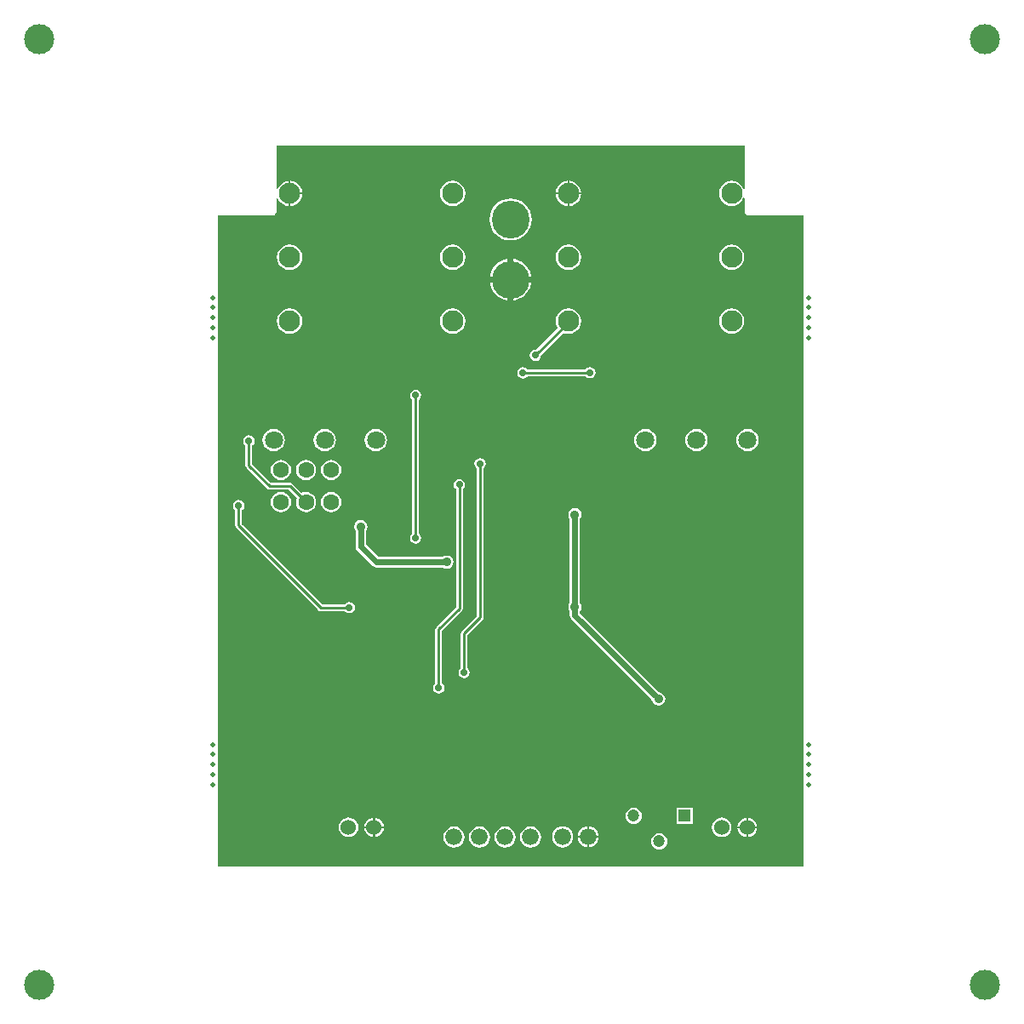
<source format=gbl>
G04*
G04 #@! TF.GenerationSoftware,Altium Limited,Altium Designer,19.1.5 (86)*
G04*
G04 Layer_Physical_Order=2*
G04 Layer_Color=16711680*
%FSLAX25Y25*%
%MOIN*%
G70*
G01*
G75*
%ADD10C,0.11811*%
%ADD30C,0.02400*%
%ADD31C,0.01000*%
%ADD32C,0.01968*%
%ADD33C,0.06000*%
%ADD34C,0.06600*%
%ADD35R,0.04724X0.04724*%
%ADD36C,0.04724*%
%ADD37C,0.07087*%
%ADD38C,0.14765*%
%ADD39C,0.06299*%
%ADD40C,0.08268*%
%ADD41C,0.02756*%
%ADD42C,0.03500*%
G36*
X288004Y323439D02*
X287504Y323339D01*
X287187Y324104D01*
X286397Y325135D01*
X285366Y325925D01*
X284166Y326423D01*
X282877Y326592D01*
X281590Y326423D01*
X280389Y325925D01*
X279359Y325135D01*
X278568Y324104D01*
X278070Y322904D01*
X277901Y321616D01*
X278070Y320328D01*
X278568Y319127D01*
X279359Y318097D01*
X280389Y317306D01*
X281590Y316809D01*
X282877Y316639D01*
X284166Y316809D01*
X285366Y317306D01*
X286397Y318097D01*
X287187Y319127D01*
X287504Y319892D01*
X288004Y319793D01*
Y314516D01*
X288121Y313931D01*
X288452Y313434D01*
X288948Y313103D01*
X289534Y312986D01*
X311039D01*
X311039Y58061D01*
X81598D01*
X81598Y312986D01*
X103098D01*
X103684Y313103D01*
X104180Y313434D01*
X104511Y313931D01*
X104628Y314516D01*
Y319807D01*
X105128Y319907D01*
X105451Y319127D01*
X106242Y318097D01*
X107272Y317306D01*
X108473Y316809D01*
X109361Y316692D01*
Y321616D01*
Y326540D01*
X108473Y326423D01*
X107272Y325925D01*
X106242Y325135D01*
X105451Y324104D01*
X105128Y323325D01*
X104628Y323424D01*
Y340486D01*
X288004D01*
Y323439D01*
D02*
G37*
%LPC*%
G36*
X219379Y326540D02*
Y322016D01*
X223903D01*
X223786Y322904D01*
X223289Y324104D01*
X222498Y325135D01*
X221468Y325925D01*
X220268Y326423D01*
X219379Y326540D01*
D02*
G37*
G36*
X110161D02*
Y322016D01*
X114684D01*
X114567Y322904D01*
X114070Y324104D01*
X113279Y325135D01*
X112249Y325925D01*
X111048Y326423D01*
X110161Y326540D01*
D02*
G37*
G36*
X218580D02*
X217691Y326423D01*
X216491Y325925D01*
X215460Y325135D01*
X214670Y324104D01*
X214173Y322904D01*
X214056Y322016D01*
X218580D01*
Y326540D01*
D02*
G37*
G36*
X223903Y321216D02*
X219379D01*
Y316692D01*
X220268Y316809D01*
X221468Y317306D01*
X222498Y318097D01*
X223289Y319127D01*
X223786Y320328D01*
X223903Y321216D01*
D02*
G37*
G36*
X114684D02*
X110161D01*
Y316692D01*
X111048Y316809D01*
X112249Y317306D01*
X113279Y318097D01*
X114070Y319127D01*
X114567Y320328D01*
X114684Y321216D01*
D02*
G37*
G36*
X218580D02*
X214056D01*
X214173Y320328D01*
X214670Y319127D01*
X215460Y318097D01*
X216491Y317306D01*
X217691Y316809D01*
X218580Y316692D01*
Y321216D01*
D02*
G37*
G36*
X173659Y326592D02*
X172371Y326423D01*
X171170Y325925D01*
X170140Y325135D01*
X169349Y324104D01*
X168851Y322904D01*
X168682Y321616D01*
X168851Y320328D01*
X169349Y319127D01*
X170140Y318097D01*
X171170Y317306D01*
X172371Y316809D01*
X173659Y316639D01*
X174946Y316809D01*
X176147Y317306D01*
X177178Y318097D01*
X177968Y319127D01*
X178465Y320328D01*
X178635Y321616D01*
X178465Y322904D01*
X177968Y324104D01*
X177178Y325135D01*
X176147Y325925D01*
X174946Y326423D01*
X173659Y326592D01*
D02*
G37*
G36*
X196318Y319637D02*
X194714Y319480D01*
X193172Y319012D01*
X191751Y318252D01*
X190505Y317229D01*
X189482Y315984D01*
X188723Y314562D01*
X188255Y313020D01*
X188097Y311416D01*
X188255Y309812D01*
X188723Y308269D01*
X189482Y306848D01*
X190505Y305602D01*
X191751Y304579D01*
X193172Y303820D01*
X194714Y303352D01*
X196318Y303194D01*
X197923Y303352D01*
X199465Y303820D01*
X200886Y304579D01*
X202132Y305602D01*
X203155Y306848D01*
X203914Y308269D01*
X204382Y309812D01*
X204540Y311416D01*
X204382Y313020D01*
X203914Y314562D01*
X203155Y315984D01*
X202132Y317229D01*
X200886Y318252D01*
X199465Y319012D01*
X197923Y319480D01*
X196318Y319637D01*
D02*
G37*
G36*
X282877Y301592D02*
X281590Y301423D01*
X280389Y300925D01*
X279359Y300135D01*
X278568Y299104D01*
X278070Y297904D01*
X277901Y296616D01*
X278070Y295328D01*
X278568Y294127D01*
X279359Y293097D01*
X280389Y292306D01*
X281590Y291809D01*
X282877Y291639D01*
X284166Y291809D01*
X285366Y292306D01*
X286397Y293097D01*
X287187Y294127D01*
X287684Y295328D01*
X287854Y296616D01*
X287684Y297904D01*
X287187Y299104D01*
X286397Y300135D01*
X285366Y300925D01*
X284166Y301423D01*
X282877Y301592D01*
D02*
G37*
G36*
X218980D02*
X217691Y301423D01*
X216491Y300925D01*
X215460Y300135D01*
X214670Y299104D01*
X214173Y297904D01*
X214003Y296616D01*
X214173Y295328D01*
X214670Y294127D01*
X215460Y293097D01*
X216491Y292306D01*
X217691Y291809D01*
X218980Y291639D01*
X220268Y291809D01*
X221468Y292306D01*
X222498Y293097D01*
X223289Y294127D01*
X223786Y295328D01*
X223956Y296616D01*
X223786Y297904D01*
X223289Y299104D01*
X222498Y300135D01*
X221468Y300925D01*
X220268Y301423D01*
X218980Y301592D01*
D02*
G37*
G36*
X173659D02*
X172371Y301423D01*
X171170Y300925D01*
X170140Y300135D01*
X169349Y299104D01*
X168851Y297904D01*
X168682Y296616D01*
X168851Y295328D01*
X169349Y294127D01*
X170140Y293097D01*
X171170Y292306D01*
X172371Y291809D01*
X173659Y291639D01*
X174946Y291809D01*
X176147Y292306D01*
X177178Y293097D01*
X177968Y294127D01*
X178465Y295328D01*
X178635Y296616D01*
X178465Y297904D01*
X177968Y299104D01*
X177178Y300135D01*
X176147Y300925D01*
X174946Y301423D01*
X173659Y301592D01*
D02*
G37*
G36*
X109760D02*
X108473Y301423D01*
X107272Y300925D01*
X106242Y300135D01*
X105451Y299104D01*
X104954Y297904D01*
X104784Y296616D01*
X104954Y295328D01*
X105451Y294127D01*
X106242Y293097D01*
X107272Y292306D01*
X108473Y291809D01*
X109760Y291639D01*
X111048Y291809D01*
X112249Y292306D01*
X113279Y293097D01*
X114070Y294127D01*
X114567Y295328D01*
X114737Y296616D01*
X114567Y297904D01*
X114070Y299104D01*
X113279Y300135D01*
X112249Y300925D01*
X111048Y301423D01*
X109760Y301592D01*
D02*
G37*
G36*
X197519Y295897D02*
Y288994D01*
X204422D01*
X204382Y289398D01*
X203914Y290940D01*
X203155Y292361D01*
X202132Y293607D01*
X200886Y294630D01*
X199465Y295390D01*
X197923Y295858D01*
X197519Y295897D01*
D02*
G37*
G36*
X195118D02*
X194714Y295858D01*
X193172Y295390D01*
X191751Y294630D01*
X190505Y293607D01*
X189482Y292361D01*
X188723Y290940D01*
X188255Y289398D01*
X188215Y288994D01*
X195118D01*
Y295897D01*
D02*
G37*
G36*
X204422Y286594D02*
X197519D01*
Y279690D01*
X197923Y279730D01*
X199465Y280198D01*
X200886Y280958D01*
X202132Y281980D01*
X203155Y283226D01*
X203914Y284647D01*
X204382Y286190D01*
X204422Y286594D01*
D02*
G37*
G36*
X195118D02*
X188215D01*
X188255Y286190D01*
X188723Y284647D01*
X189482Y283226D01*
X190505Y281980D01*
X191751Y280958D01*
X193172Y280198D01*
X194714Y279730D01*
X195118Y279690D01*
Y286594D01*
D02*
G37*
G36*
X282877Y276592D02*
X281590Y276423D01*
X280389Y275925D01*
X279359Y275135D01*
X278568Y274104D01*
X278070Y272904D01*
X277901Y271616D01*
X278070Y270328D01*
X278568Y269127D01*
X279359Y268097D01*
X280389Y267306D01*
X281590Y266809D01*
X282877Y266639D01*
X284166Y266809D01*
X285366Y267306D01*
X286397Y268097D01*
X287187Y269127D01*
X287684Y270328D01*
X287854Y271616D01*
X287684Y272904D01*
X287187Y274104D01*
X286397Y275135D01*
X285366Y275925D01*
X284166Y276423D01*
X282877Y276592D01*
D02*
G37*
G36*
X218980D02*
X217691Y276423D01*
X216491Y275925D01*
X215460Y275135D01*
X214670Y274104D01*
X214173Y272904D01*
X214003Y271616D01*
X214173Y270328D01*
X214670Y269127D01*
X214851Y268891D01*
X206329Y260368D01*
X206040Y260425D01*
X205190Y260256D01*
X204470Y259775D01*
X203989Y259054D01*
X203820Y258205D01*
X203989Y257355D01*
X204470Y256634D01*
X205190Y256153D01*
X206040Y255984D01*
X206890Y256153D01*
X207610Y256634D01*
X208092Y257355D01*
X208261Y258205D01*
X208203Y258493D01*
X216862Y267152D01*
X217691Y266809D01*
X218980Y266639D01*
X220268Y266809D01*
X221468Y267306D01*
X222498Y268097D01*
X223289Y269127D01*
X223786Y270328D01*
X223956Y271616D01*
X223786Y272904D01*
X223289Y274104D01*
X222498Y275135D01*
X221468Y275925D01*
X220268Y276423D01*
X218980Y276592D01*
D02*
G37*
G36*
X173659D02*
X172371Y276423D01*
X171170Y275925D01*
X170140Y275135D01*
X169349Y274104D01*
X168851Y272904D01*
X168682Y271616D01*
X168851Y270328D01*
X169349Y269127D01*
X170140Y268097D01*
X171170Y267306D01*
X172371Y266809D01*
X173659Y266639D01*
X174946Y266809D01*
X176147Y267306D01*
X177178Y268097D01*
X177968Y269127D01*
X178465Y270328D01*
X178635Y271616D01*
X178465Y272904D01*
X177968Y274104D01*
X177178Y275135D01*
X176147Y275925D01*
X174946Y276423D01*
X173659Y276592D01*
D02*
G37*
G36*
X109760D02*
X108473Y276423D01*
X107272Y275925D01*
X106242Y275135D01*
X105451Y274104D01*
X104954Y272904D01*
X104784Y271616D01*
X104954Y270328D01*
X105451Y269127D01*
X106242Y268097D01*
X107272Y267306D01*
X108473Y266809D01*
X109760Y266639D01*
X111048Y266809D01*
X112249Y267306D01*
X113279Y268097D01*
X114070Y269127D01*
X114567Y270328D01*
X114737Y271616D01*
X114567Y272904D01*
X114070Y274104D01*
X113279Y275135D01*
X112249Y275925D01*
X111048Y276423D01*
X109760Y276592D01*
D02*
G37*
G36*
X227313Y253634D02*
X226463Y253465D01*
X225742Y252984D01*
X225546Y252690D01*
X202832D01*
X202702Y252885D01*
X201981Y253367D01*
X201132Y253536D01*
X200282Y253367D01*
X199561Y252885D01*
X199080Y252165D01*
X198911Y251315D01*
X199080Y250465D01*
X199561Y249745D01*
X200282Y249263D01*
X201132Y249094D01*
X201981Y249263D01*
X202702Y249745D01*
X202898Y250039D01*
X225612D01*
X225742Y249843D01*
X226463Y249362D01*
X227313Y249193D01*
X228162Y249362D01*
X228883Y249843D01*
X229364Y250564D01*
X229533Y251413D01*
X229364Y252263D01*
X228883Y252984D01*
X228162Y253465D01*
X227313Y253634D01*
D02*
G37*
G36*
X289069Y229397D02*
X287935Y229247D01*
X286878Y228810D01*
X285971Y228114D01*
X285275Y227206D01*
X284837Y226150D01*
X284687Y225016D01*
X284837Y223882D01*
X285275Y222825D01*
X285971Y221918D01*
X286878Y221222D01*
X287935Y220784D01*
X289069Y220635D01*
X290202Y220784D01*
X291259Y221222D01*
X292166Y221918D01*
X292863Y222825D01*
X293300Y223882D01*
X293449Y225016D01*
X293300Y226150D01*
X292863Y227206D01*
X292166Y228114D01*
X291259Y228810D01*
X290202Y229247D01*
X289069Y229397D01*
D02*
G37*
G36*
X269069D02*
X267935Y229247D01*
X266878Y228810D01*
X265971Y228114D01*
X265275Y227206D01*
X264837Y226150D01*
X264687Y225016D01*
X264837Y223882D01*
X265275Y222825D01*
X265971Y221918D01*
X266878Y221222D01*
X267935Y220784D01*
X269069Y220635D01*
X270202Y220784D01*
X271259Y221222D01*
X272166Y221918D01*
X272863Y222825D01*
X273300Y223882D01*
X273449Y225016D01*
X273300Y226150D01*
X272863Y227206D01*
X272166Y228114D01*
X271259Y228810D01*
X270202Y229247D01*
X269069Y229397D01*
D02*
G37*
G36*
X249068D02*
X247935Y229247D01*
X246878Y228810D01*
X245971Y228114D01*
X245274Y227206D01*
X244837Y226150D01*
X244688Y225016D01*
X244837Y223882D01*
X245274Y222825D01*
X245971Y221918D01*
X246878Y221222D01*
X247935Y220784D01*
X249068Y220635D01*
X250202Y220784D01*
X251259Y221222D01*
X252166Y221918D01*
X252863Y222825D01*
X253300Y223882D01*
X253450Y225016D01*
X253300Y226150D01*
X252863Y227206D01*
X252166Y228114D01*
X251259Y228810D01*
X250202Y229247D01*
X249068Y229397D01*
D02*
G37*
G36*
X143569D02*
X142435Y229247D01*
X141378Y228810D01*
X140471Y228114D01*
X139775Y227206D01*
X139337Y226150D01*
X139188Y225016D01*
X139337Y223882D01*
X139775Y222825D01*
X140471Y221918D01*
X141378Y221222D01*
X142435Y220784D01*
X143569Y220635D01*
X144702Y220784D01*
X145759Y221222D01*
X146666Y221918D01*
X147363Y222825D01*
X147800Y223882D01*
X147950Y225016D01*
X147800Y226150D01*
X147363Y227206D01*
X146666Y228114D01*
X145759Y228810D01*
X144702Y229247D01*
X143569Y229397D01*
D02*
G37*
G36*
X123568D02*
X122435Y229247D01*
X121378Y228810D01*
X120471Y228114D01*
X119774Y227206D01*
X119337Y226150D01*
X119187Y225016D01*
X119337Y223882D01*
X119774Y222825D01*
X120471Y221918D01*
X121378Y221222D01*
X122435Y220784D01*
X123568Y220635D01*
X124702Y220784D01*
X125759Y221222D01*
X126666Y221918D01*
X127363Y222825D01*
X127800Y223882D01*
X127950Y225016D01*
X127800Y226150D01*
X127363Y227206D01*
X126666Y228114D01*
X125759Y228810D01*
X124702Y229247D01*
X123568Y229397D01*
D02*
G37*
G36*
X103568D02*
X102435Y229247D01*
X101378Y228810D01*
X100471Y228114D01*
X99774Y227206D01*
X99337Y226150D01*
X99187Y225016D01*
X99337Y223882D01*
X99774Y222825D01*
X100471Y221918D01*
X101378Y221222D01*
X102435Y220784D01*
X103568Y220635D01*
X104702Y220784D01*
X105759Y221222D01*
X106666Y221918D01*
X107363Y222825D01*
X107800Y223882D01*
X107949Y225016D01*
X107800Y226150D01*
X107363Y227206D01*
X106666Y228114D01*
X105759Y228810D01*
X104702Y229247D01*
X103568Y229397D01*
D02*
G37*
G36*
X126033Y217306D02*
X125002Y217171D01*
X124041Y216773D01*
X123216Y216140D01*
X122583Y215315D01*
X122185Y214354D01*
X122049Y213323D01*
X122185Y212292D01*
X122583Y211331D01*
X123216Y210506D01*
X124041Y209873D01*
X125002Y209475D01*
X126033Y209339D01*
X127064Y209475D01*
X128025Y209873D01*
X128850Y210506D01*
X129483Y211331D01*
X129881Y212292D01*
X130017Y213323D01*
X129881Y214354D01*
X129483Y215315D01*
X128850Y216140D01*
X128025Y216773D01*
X127064Y217171D01*
X126033Y217306D01*
D02*
G37*
G36*
X116191D02*
X115160Y217171D01*
X114199Y216773D01*
X113374Y216140D01*
X112741Y215315D01*
X112343Y214354D01*
X112207Y213323D01*
X112343Y212292D01*
X112741Y211331D01*
X113374Y210506D01*
X114199Y209873D01*
X115160Y209475D01*
X116191Y209339D01*
X117222Y209475D01*
X118182Y209873D01*
X119007Y210506D01*
X119641Y211331D01*
X120038Y212292D01*
X120174Y213323D01*
X120038Y214354D01*
X119641Y215315D01*
X119007Y216140D01*
X118182Y216773D01*
X117222Y217171D01*
X116191Y217306D01*
D02*
G37*
G36*
X106348D02*
X105317Y217171D01*
X104356Y216773D01*
X103531Y216140D01*
X102898Y215315D01*
X102500Y214354D01*
X102365Y213323D01*
X102500Y212292D01*
X102898Y211331D01*
X103531Y210506D01*
X104356Y209873D01*
X105317Y209475D01*
X106348Y209339D01*
X107379Y209475D01*
X108340Y209873D01*
X109165Y210506D01*
X109798Y211331D01*
X110196Y212292D01*
X110332Y213323D01*
X110196Y214354D01*
X109798Y215315D01*
X109165Y216140D01*
X108340Y216773D01*
X107379Y217171D01*
X106348Y217306D01*
D02*
G37*
G36*
X126033Y204708D02*
X125002Y204572D01*
X124041Y204174D01*
X123216Y203541D01*
X122583Y202716D01*
X122185Y201755D01*
X122049Y200724D01*
X122185Y199693D01*
X122583Y198733D01*
X123216Y197908D01*
X124041Y197274D01*
X125002Y196877D01*
X126033Y196741D01*
X127064Y196877D01*
X128025Y197274D01*
X128850Y197908D01*
X129483Y198733D01*
X129881Y199693D01*
X130017Y200724D01*
X129881Y201755D01*
X129483Y202716D01*
X128850Y203541D01*
X128025Y204174D01*
X127064Y204572D01*
X126033Y204708D01*
D02*
G37*
G36*
X93848Y226862D02*
X92998Y226693D01*
X92278Y226212D01*
X91796Y225491D01*
X91627Y224642D01*
X91796Y223792D01*
X92278Y223072D01*
X92522Y222908D01*
Y215094D01*
X92623Y214587D01*
X92911Y214157D01*
X100981Y206086D01*
X101411Y205799D01*
X101919Y205698D01*
X109342D01*
X112619Y202422D01*
X112343Y201755D01*
X112207Y200724D01*
X112343Y199693D01*
X112741Y198733D01*
X113374Y197908D01*
X114199Y197274D01*
X115160Y196877D01*
X116191Y196741D01*
X117222Y196877D01*
X118182Y197274D01*
X119007Y197908D01*
X119641Y198733D01*
X120038Y199693D01*
X120174Y200724D01*
X120038Y201755D01*
X119641Y202716D01*
X119007Y203541D01*
X118182Y204174D01*
X117222Y204572D01*
X116191Y204708D01*
X115160Y204572D01*
X114493Y204296D01*
X110829Y207961D01*
X110399Y208248D01*
X109891Y208349D01*
X102468D01*
X95173Y215644D01*
Y222908D01*
X95418Y223072D01*
X95899Y223792D01*
X96069Y224642D01*
X95899Y225491D01*
X95418Y226212D01*
X94698Y226693D01*
X93848Y226862D01*
D02*
G37*
G36*
X106348Y204708D02*
X105317Y204572D01*
X104356Y204174D01*
X103531Y203541D01*
X102898Y202716D01*
X102500Y201755D01*
X102365Y200724D01*
X102500Y199693D01*
X102898Y198733D01*
X103531Y197908D01*
X104356Y197274D01*
X105317Y196877D01*
X106348Y196741D01*
X107379Y196877D01*
X108340Y197274D01*
X109165Y197908D01*
X109798Y198733D01*
X110196Y199693D01*
X110332Y200724D01*
X110196Y201755D01*
X109798Y202716D01*
X109165Y203541D01*
X108340Y204174D01*
X107379Y204572D01*
X106348Y204708D01*
D02*
G37*
G36*
X159104Y244776D02*
X158254Y244607D01*
X157534Y244125D01*
X157052Y243405D01*
X156883Y242555D01*
X157052Y241705D01*
X157534Y240985D01*
X157778Y240821D01*
Y188383D01*
X157534Y188220D01*
X157052Y187499D01*
X156883Y186650D01*
X157052Y185800D01*
X157534Y185079D01*
X158254Y184598D01*
X159104Y184429D01*
X159954Y184598D01*
X160674Y185079D01*
X161155Y185800D01*
X161324Y186650D01*
X161155Y187499D01*
X160674Y188220D01*
X160429Y188383D01*
Y240821D01*
X160674Y240985D01*
X161155Y241705D01*
X161324Y242555D01*
X161155Y243405D01*
X160674Y244125D01*
X159954Y244607D01*
X159104Y244776D01*
D02*
G37*
G36*
X137604Y193777D02*
X136609Y193579D01*
X135765Y193016D01*
X135202Y192172D01*
X135004Y191177D01*
X135202Y190182D01*
X135663Y189492D01*
Y183248D01*
X135818Y182468D01*
X136260Y181806D01*
X142308Y175759D01*
X142969Y175317D01*
X143749Y175162D01*
X169818D01*
X170361Y174799D01*
X171356Y174601D01*
X172351Y174799D01*
X173194Y175362D01*
X173758Y176206D01*
X173956Y177201D01*
X173758Y178196D01*
X173194Y179039D01*
X172351Y179603D01*
X171356Y179801D01*
X170361Y179603D01*
X169818Y179240D01*
X144594D01*
X139741Y184093D01*
Y189787D01*
X140006Y190182D01*
X140204Y191177D01*
X140006Y192172D01*
X139442Y193016D01*
X138599Y193579D01*
X137604Y193777D01*
D02*
G37*
G36*
X89812Y201567D02*
X88963Y201398D01*
X88242Y200917D01*
X87761Y200196D01*
X87592Y199346D01*
X87761Y198497D01*
X88242Y197776D01*
X88487Y197613D01*
Y191629D01*
X88588Y191121D01*
X88875Y190691D01*
X121090Y158476D01*
X121520Y158189D01*
X122028Y158088D01*
X131454D01*
X131617Y157843D01*
X132337Y157362D01*
X133187Y157193D01*
X134037Y157362D01*
X134757Y157843D01*
X135239Y158564D01*
X135408Y159413D01*
X135239Y160263D01*
X134757Y160984D01*
X134037Y161465D01*
X133187Y161634D01*
X132337Y161465D01*
X131617Y160984D01*
X131454Y160739D01*
X122577D01*
X91138Y192178D01*
Y197613D01*
X91383Y197776D01*
X91864Y198497D01*
X92033Y199346D01*
X91864Y200196D01*
X91383Y200917D01*
X90662Y201398D01*
X89812Y201567D01*
D02*
G37*
G36*
X184399Y218004D02*
X183549Y217835D01*
X182829Y217354D01*
X182347Y216633D01*
X182178Y215784D01*
X182347Y214934D01*
X182829Y214213D01*
X183074Y214050D01*
Y156114D01*
X177201Y150241D01*
X176913Y149811D01*
X176812Y149304D01*
Y135726D01*
X176568Y135562D01*
X176086Y134842D01*
X175917Y133992D01*
X176086Y133142D01*
X176568Y132422D01*
X177288Y131941D01*
X178138Y131772D01*
X178988Y131941D01*
X179708Y132422D01*
X180189Y133142D01*
X180358Y133992D01*
X180189Y134842D01*
X179708Y135562D01*
X179463Y135726D01*
Y148755D01*
X185336Y154628D01*
X185624Y155058D01*
X185724Y155565D01*
Y214050D01*
X185969Y214213D01*
X186451Y214934D01*
X186620Y215784D01*
X186451Y216633D01*
X185969Y217354D01*
X185249Y217835D01*
X184399Y218004D01*
D02*
G37*
G36*
X176230Y209835D02*
X175380Y209666D01*
X174660Y209184D01*
X174178Y208464D01*
X174009Y207614D01*
X174178Y206764D01*
X174660Y206044D01*
X174904Y205880D01*
Y159529D01*
X167222Y151846D01*
X166934Y151416D01*
X166833Y150909D01*
Y129722D01*
X166589Y129558D01*
X166107Y128838D01*
X165938Y127988D01*
X166107Y127138D01*
X166589Y126418D01*
X167309Y125937D01*
X168159Y125768D01*
X169009Y125937D01*
X169729Y126418D01*
X170211Y127138D01*
X170379Y127988D01*
X170211Y128838D01*
X169729Y129558D01*
X169484Y129722D01*
Y150360D01*
X177167Y158042D01*
X177454Y158472D01*
X177555Y158979D01*
Y205880D01*
X177800Y206044D01*
X178281Y206764D01*
X178450Y207614D01*
X178281Y208464D01*
X177800Y209184D01*
X177079Y209666D01*
X176230Y209835D01*
D02*
G37*
G36*
X221468Y198403D02*
X220473Y198205D01*
X219629Y197642D01*
X219066Y196798D01*
X218868Y195803D01*
X219066Y194808D01*
X219429Y194265D01*
Y161219D01*
X219066Y160676D01*
X218868Y159681D01*
X219066Y158686D01*
X219429Y158143D01*
Y156359D01*
X219584Y155578D01*
X220026Y154917D01*
X251779Y123164D01*
X251879Y122662D01*
X252443Y121819D01*
X253286Y121255D01*
X254281Y121057D01*
X255276Y121255D01*
X256119Y121819D01*
X256683Y122662D01*
X256881Y123658D01*
X256683Y124652D01*
X256119Y125496D01*
X255276Y126059D01*
X254496Y126215D01*
X223507Y157203D01*
Y158143D01*
X223870Y158686D01*
X224068Y159681D01*
X223870Y160676D01*
X223507Y161219D01*
Y194265D01*
X223870Y194808D01*
X224068Y195803D01*
X223870Y196798D01*
X223306Y197642D01*
X222463Y198205D01*
X221468Y198403D01*
D02*
G37*
G36*
X267679Y81052D02*
X261355D01*
Y74728D01*
X267679D01*
Y81052D01*
D02*
G37*
G36*
X244517Y81079D02*
X243692Y80970D01*
X242923Y80652D01*
X242262Y80145D01*
X241755Y79484D01*
X241437Y78715D01*
X241328Y77890D01*
X241437Y77064D01*
X241755Y76295D01*
X242262Y75635D01*
X242923Y75128D01*
X243692Y74809D01*
X244517Y74700D01*
X245343Y74809D01*
X246112Y75128D01*
X246773Y75635D01*
X247279Y76295D01*
X247598Y77064D01*
X247707Y77890D01*
X247598Y78715D01*
X247279Y79484D01*
X246773Y80145D01*
X246112Y80652D01*
X245343Y80970D01*
X244517Y81079D01*
D02*
G37*
G36*
X143251Y77142D02*
Y73762D01*
X146631D01*
X146553Y74354D01*
X146170Y75279D01*
X145561Y76072D01*
X144768Y76682D01*
X143843Y77064D01*
X143251Y77142D01*
D02*
G37*
G36*
X142451D02*
X141859Y77064D01*
X140935Y76682D01*
X140141Y76072D01*
X139532Y75279D01*
X139149Y74354D01*
X139071Y73762D01*
X142451D01*
Y77142D01*
D02*
G37*
G36*
X289353Y77142D02*
Y73762D01*
X292734D01*
X292655Y74354D01*
X292273Y75279D01*
X291664Y76072D01*
X290870Y76682D01*
X289945Y77064D01*
X289353Y77142D01*
D02*
G37*
G36*
X288553D02*
X287961Y77064D01*
X287037Y76682D01*
X286243Y76072D01*
X285634Y75279D01*
X285251Y74354D01*
X285173Y73762D01*
X288553D01*
Y77142D01*
D02*
G37*
G36*
X227104Y73705D02*
Y70022D01*
X230787D01*
X230698Y70692D01*
X230285Y71690D01*
X229628Y72546D01*
X228772Y73203D01*
X227774Y73616D01*
X227104Y73705D01*
D02*
G37*
G36*
X226304D02*
X225634Y73616D01*
X224636Y73203D01*
X223780Y72546D01*
X223123Y71690D01*
X222709Y70692D01*
X222621Y70022D01*
X226304D01*
Y73705D01*
D02*
G37*
G36*
X146631Y72962D02*
X143251D01*
Y69582D01*
X143843Y69660D01*
X144768Y70043D01*
X145561Y70652D01*
X146170Y71446D01*
X146553Y72370D01*
X146631Y72962D01*
D02*
G37*
G36*
X142451D02*
X139071D01*
X139149Y72370D01*
X139532Y71446D01*
X140141Y70652D01*
X140935Y70043D01*
X141859Y69660D01*
X142451Y69582D01*
Y72962D01*
D02*
G37*
G36*
X292734Y72962D02*
X289353D01*
Y69582D01*
X289945Y69660D01*
X290870Y70043D01*
X291664Y70652D01*
X292273Y71446D01*
X292655Y72370D01*
X292734Y72962D01*
D02*
G37*
G36*
X288553D02*
X285173D01*
X285251Y72370D01*
X285634Y71446D01*
X286243Y70652D01*
X287037Y70043D01*
X287961Y69660D01*
X288553Y69582D01*
Y72962D01*
D02*
G37*
G36*
X132851Y77195D02*
X131859Y77064D01*
X130935Y76682D01*
X130141Y76072D01*
X129532Y75279D01*
X129149Y74354D01*
X129018Y73362D01*
X129149Y72370D01*
X129532Y71446D01*
X130141Y70652D01*
X130935Y70043D01*
X131859Y69660D01*
X132851Y69529D01*
X133843Y69660D01*
X134768Y70043D01*
X135561Y70652D01*
X136170Y71446D01*
X136553Y72370D01*
X136684Y73362D01*
X136553Y74354D01*
X136170Y75279D01*
X135561Y76072D01*
X134768Y76682D01*
X133843Y77064D01*
X132851Y77195D01*
D02*
G37*
G36*
X278953Y77195D02*
X277961Y77064D01*
X277037Y76682D01*
X276243Y76072D01*
X275634Y75279D01*
X275251Y74354D01*
X275121Y73362D01*
X275251Y72370D01*
X275634Y71446D01*
X276243Y70652D01*
X277037Y70043D01*
X277961Y69660D01*
X278953Y69529D01*
X279945Y69660D01*
X280870Y70043D01*
X281663Y70652D01*
X282273Y71446D01*
X282656Y72370D01*
X282786Y73362D01*
X282656Y74354D01*
X282273Y75279D01*
X281663Y76072D01*
X280870Y76682D01*
X279945Y77064D01*
X278953Y77195D01*
D02*
G37*
G36*
X230787Y69222D02*
X227104D01*
Y65539D01*
X227774Y65628D01*
X228772Y66041D01*
X229628Y66698D01*
X230285Y67554D01*
X230698Y68552D01*
X230787Y69222D01*
D02*
G37*
G36*
X226304D02*
X222621D01*
X222709Y68552D01*
X223123Y67554D01*
X223780Y66698D01*
X224636Y66041D01*
X225634Y65628D01*
X226304Y65539D01*
Y69222D01*
D02*
G37*
G36*
X216704Y73757D02*
X215634Y73616D01*
X214636Y73203D01*
X213780Y72546D01*
X213123Y71690D01*
X212709Y70692D01*
X212568Y69622D01*
X212709Y68552D01*
X213123Y67554D01*
X213780Y66698D01*
X214636Y66041D01*
X215634Y65628D01*
X216704Y65487D01*
X217774Y65628D01*
X218772Y66041D01*
X219628Y66698D01*
X220285Y67554D01*
X220698Y68552D01*
X220839Y69622D01*
X220698Y70692D01*
X220285Y71690D01*
X219628Y72546D01*
X218772Y73203D01*
X217774Y73616D01*
X216704Y73757D01*
D02*
G37*
G36*
X204143Y73717D02*
X203073Y73576D01*
X202076Y73163D01*
X201219Y72506D01*
X200562Y71650D01*
X200149Y70652D01*
X200008Y69582D01*
X200149Y68512D01*
X200562Y67514D01*
X201219Y66658D01*
X202076Y66001D01*
X203073Y65588D01*
X204143Y65447D01*
X205214Y65588D01*
X206211Y66001D01*
X207067Y66658D01*
X207725Y67514D01*
X208138Y68512D01*
X208279Y69582D01*
X208138Y70652D01*
X207725Y71650D01*
X207067Y72506D01*
X206211Y73163D01*
X205214Y73576D01*
X204143Y73717D01*
D02*
G37*
G36*
X194143D02*
X193073Y73576D01*
X192076Y73163D01*
X191219Y72506D01*
X190562Y71650D01*
X190149Y70652D01*
X190008Y69582D01*
X190149Y68512D01*
X190562Y67514D01*
X191219Y66658D01*
X192076Y66001D01*
X193073Y65588D01*
X194143Y65447D01*
X195214Y65588D01*
X196211Y66001D01*
X197067Y66658D01*
X197725Y67514D01*
X198138Y68512D01*
X198279Y69582D01*
X198138Y70652D01*
X197725Y71650D01*
X197067Y72506D01*
X196211Y73163D01*
X195214Y73576D01*
X194143Y73717D01*
D02*
G37*
G36*
X184143D02*
X183073Y73576D01*
X182076Y73163D01*
X181219Y72506D01*
X180562Y71650D01*
X180149Y70652D01*
X180008Y69582D01*
X180149Y68512D01*
X180562Y67514D01*
X181219Y66658D01*
X182076Y66001D01*
X183073Y65588D01*
X184143Y65447D01*
X185214Y65588D01*
X186211Y66001D01*
X187067Y66658D01*
X187725Y67514D01*
X188138Y68512D01*
X188279Y69582D01*
X188138Y70652D01*
X187725Y71650D01*
X187067Y72506D01*
X186211Y73163D01*
X185214Y73576D01*
X184143Y73717D01*
D02*
G37*
G36*
X174143D02*
X173073Y73576D01*
X172076Y73163D01*
X171219Y72506D01*
X170562Y71650D01*
X170149Y70652D01*
X170008Y69582D01*
X170149Y68512D01*
X170562Y67514D01*
X171219Y66658D01*
X172076Y66001D01*
X173073Y65588D01*
X174143Y65447D01*
X175214Y65588D01*
X176211Y66001D01*
X177067Y66658D01*
X177725Y67514D01*
X178138Y68512D01*
X178279Y69582D01*
X178138Y70652D01*
X177725Y71650D01*
X177067Y72506D01*
X176211Y73163D01*
X175214Y73576D01*
X174143Y73717D01*
D02*
G37*
G36*
X254517Y71079D02*
X253692Y70970D01*
X252923Y70652D01*
X252262Y70145D01*
X251755Y69484D01*
X251437Y68715D01*
X251328Y67890D01*
X251437Y67064D01*
X251755Y66295D01*
X252262Y65635D01*
X252923Y65128D01*
X253692Y64809D01*
X254517Y64701D01*
X255343Y64809D01*
X256112Y65128D01*
X256773Y65635D01*
X257279Y66295D01*
X257598Y67064D01*
X257707Y67890D01*
X257598Y68715D01*
X257279Y69484D01*
X256773Y70145D01*
X256112Y70652D01*
X255343Y70970D01*
X254517Y71079D01*
D02*
G37*
%LPD*%
D10*
X11811Y11811D02*
D03*
X381890D02*
D03*
Y381890D02*
D03*
X11811Y381890D02*
D03*
D30*
X221468Y156359D02*
X254281Y123546D01*
Y123658D01*
X221468Y156359D02*
Y159681D01*
X137702Y183248D02*
X143749Y177201D01*
X137702Y183248D02*
Y191177D01*
X143749Y177201D02*
X171356D01*
X221468Y159681D02*
Y195803D01*
D31*
X122028Y159413D02*
X133187D01*
X89812Y191629D02*
X122028Y159413D01*
X89812Y191629D02*
Y199346D01*
X176230Y158979D02*
Y207614D01*
X168159Y150909D02*
X176230Y158979D01*
X168159Y127988D02*
Y150909D01*
X178138Y133992D02*
Y149304D01*
X184399Y155565D01*
Y215784D01*
X101919Y207024D02*
X109891D01*
X93848Y215094D02*
X101919Y207024D01*
X93848Y215094D02*
Y224642D01*
X109891Y207024D02*
X116191Y200724D01*
X159104Y186650D02*
Y242555D01*
X227263Y251364D02*
X227313Y251413D01*
X201181Y251364D02*
X227263D01*
X206040Y258205D02*
X218980Y271144D01*
Y271616D01*
X201132Y251315D02*
X201181Y251364D01*
D32*
X312992Y105807D02*
D03*
Y101870D02*
D03*
Y97933D02*
D03*
Y90059D02*
D03*
Y93996D02*
D03*
X312992Y280807D02*
D03*
Y276870D02*
D03*
Y272933D02*
D03*
Y265059D02*
D03*
Y268996D02*
D03*
X79528Y105807D02*
D03*
Y101870D02*
D03*
Y97933D02*
D03*
Y90059D02*
D03*
Y93996D02*
D03*
X79626Y268996D02*
D03*
Y265059D02*
D03*
Y272933D02*
D03*
Y276870D02*
D03*
Y280807D02*
D03*
D33*
X142851Y73362D02*
D03*
X132851D02*
D03*
X288953Y73362D02*
D03*
X278953D02*
D03*
D34*
X184143Y69582D02*
D03*
X174143D02*
D03*
X194143D02*
D03*
X204143D02*
D03*
X216704Y69622D02*
D03*
X226704D02*
D03*
D35*
X264517Y77890D02*
D03*
D36*
X254517Y67890D02*
D03*
X244517Y77890D02*
D03*
D37*
X289069Y225016D02*
D03*
X269069D02*
D03*
X249068D02*
D03*
X143569D02*
D03*
X123568D02*
D03*
X103568D02*
D03*
D38*
X196318Y287794D02*
D03*
Y311416D02*
D03*
D39*
X116191Y200724D02*
D03*
X126033D02*
D03*
X106348D02*
D03*
Y213323D02*
D03*
X126033D02*
D03*
X116191D02*
D03*
D40*
X218980Y296616D02*
D03*
X282877D02*
D03*
X218980Y321616D02*
D03*
X282877D02*
D03*
X218980Y271616D02*
D03*
X282877D02*
D03*
X109760Y296616D02*
D03*
X173659D02*
D03*
X109760Y321616D02*
D03*
X173659D02*
D03*
X109760Y271616D02*
D03*
X173659D02*
D03*
D41*
X205214Y154071D02*
D03*
X195029D02*
D03*
Y165193D02*
D03*
X163238Y204572D02*
D03*
X155167D02*
D03*
Y221295D02*
D03*
X163238D02*
D03*
X154379Y241177D02*
D03*
X104784Y182417D02*
D03*
X101722Y174340D02*
D03*
X217370Y163520D02*
D03*
X242667Y142654D02*
D03*
X227312Y156716D02*
D03*
X210285Y255547D02*
D03*
X190514Y110516D02*
D03*
X194143Y95361D02*
D03*
X243553Y95075D02*
D03*
X254950Y77595D02*
D03*
X220029Y116007D02*
D03*
X232529D02*
D03*
X179281Y74809D02*
D03*
X169143Y104366D02*
D03*
X171899Y116866D02*
D03*
X187549Y100134D02*
D03*
X217765Y240291D02*
D03*
X201623Y246591D02*
D03*
X202832Y262043D02*
D03*
X270029Y157152D02*
D03*
X209779Y171394D02*
D03*
X141683Y206827D02*
D03*
X170562Y191109D02*
D03*
X180320D02*
D03*
X172588Y203579D02*
D03*
X180189D02*
D03*
X187943Y201567D02*
D03*
X215108Y140094D02*
D03*
X205560D02*
D03*
X246773Y167063D02*
D03*
X187943Y183430D02*
D03*
X202132Y191109D02*
D03*
X230659Y165744D02*
D03*
X172919Y144228D02*
D03*
X170562Y171591D02*
D03*
X170506Y183106D02*
D03*
X95029Y208106D02*
D03*
X134793Y225016D02*
D03*
X187943Y191109D02*
D03*
X153100Y169845D02*
D03*
X124360Y153050D02*
D03*
X134037Y169445D02*
D03*
X124950Y180252D02*
D03*
X165403Y241177D02*
D03*
X133869Y239891D02*
D03*
X180320Y220635D02*
D03*
X173073Y132122D02*
D03*
X164419Y145705D02*
D03*
X169135Y160516D02*
D03*
X176812Y153874D02*
D03*
X180320Y167752D02*
D03*
Y183106D02*
D03*
X150233Y194327D02*
D03*
X110928Y176801D02*
D03*
X132037Y206827D02*
D03*
X99695Y214996D02*
D03*
X120951Y206827D02*
D03*
X102776Y193441D02*
D03*
X168159Y127988D02*
D03*
X176230Y207614D02*
D03*
X178138Y133992D02*
D03*
X184399Y215784D02*
D03*
X93848Y224642D02*
D03*
X89812Y199346D02*
D03*
X159104Y186650D02*
D03*
Y242555D02*
D03*
X133187Y159413D02*
D03*
X227313Y251413D02*
D03*
X292568Y196394D02*
D03*
X218257Y153050D02*
D03*
X216683Y190685D02*
D03*
X262647Y125921D02*
D03*
X270816Y215587D02*
D03*
X285088Y215685D02*
D03*
X217568Y214713D02*
D03*
X258869Y141139D02*
D03*
X203820Y201709D02*
D03*
X238330Y113323D02*
D03*
X275836Y189701D02*
D03*
X199163Y78284D02*
D03*
X258869Y335516D02*
D03*
X158869Y310516D02*
D03*
X108869Y60516D02*
D03*
X133869Y110516D02*
D03*
X233869Y335516D02*
D03*
X183266Y148100D02*
D03*
X83868Y85516D02*
D03*
Y235516D02*
D03*
X108869Y285516D02*
D03*
X283869D02*
D03*
X83868Y160516D02*
D03*
Y135516D02*
D03*
X200010Y130890D02*
D03*
X233869Y60516D02*
D03*
X83868Y285516D02*
D03*
X208869Y85516D02*
D03*
X158869Y260516D02*
D03*
Y85516D02*
D03*
X283869Y260516D02*
D03*
X208869Y110516D02*
D03*
X233869Y310516D02*
D03*
X283869D02*
D03*
X308869Y135516D02*
D03*
X133869D02*
D03*
X108869Y110516D02*
D03*
X83868Y260516D02*
D03*
X233869D02*
D03*
X133869Y310516D02*
D03*
X308869Y160516D02*
D03*
X213573Y221047D02*
D03*
X308869Y235516D02*
D03*
X83868Y60516D02*
D03*
X213633Y233941D02*
D03*
X208869Y60516D02*
D03*
X83868Y310516D02*
D03*
Y185516D02*
D03*
X183869Y310516D02*
D03*
X83868Y110516D02*
D03*
X183869Y285516D02*
D03*
X133869Y85516D02*
D03*
X108869Y335516D02*
D03*
X283869Y85516D02*
D03*
X83868Y210516D02*
D03*
X308869Y85516D02*
D03*
Y185516D02*
D03*
X258869Y235516D02*
D03*
X208869Y310516D02*
D03*
X108869Y85516D02*
D03*
X308869Y210516D02*
D03*
X258869Y285516D02*
D03*
Y260516D02*
D03*
X213888Y207071D02*
D03*
X183869Y235516D02*
D03*
X308869Y260516D02*
D03*
X190477Y124689D02*
D03*
X133869Y335516D02*
D03*
X208869D02*
D03*
X308869Y60516D02*
D03*
X213633Y246539D02*
D03*
X183869Y60516D02*
D03*
X308869Y310516D02*
D03*
X183869Y335516D02*
D03*
X308869Y285516D02*
D03*
X200342Y177248D02*
D03*
X133869Y260516D02*
D03*
X108869D02*
D03*
X308869Y110516D02*
D03*
X283869Y60516D02*
D03*
X108869Y135516D02*
D03*
Y310516D02*
D03*
X283869Y235516D02*
D03*
X133869Y60516D02*
D03*
Y285516D02*
D03*
X158869Y335516D02*
D03*
X233869Y285516D02*
D03*
X183869Y260516D02*
D03*
X258869Y310516D02*
D03*
X158869Y285516D02*
D03*
Y135516D02*
D03*
X108869Y235516D02*
D03*
X258869Y60516D02*
D03*
X283869Y335516D02*
D03*
X233869Y85516D02*
D03*
X158869Y110516D02*
D03*
Y60516D02*
D03*
X233869Y135516D02*
D03*
X209202Y240291D02*
D03*
Y214713D02*
D03*
X246878Y157122D02*
D03*
X275639Y177223D02*
D03*
X237647Y234976D02*
D03*
X230757Y243244D02*
D03*
X237352Y186776D02*
D03*
X230659Y177004D02*
D03*
X230757Y196492D02*
D03*
X247899Y201118D02*
D03*
X242470Y207235D02*
D03*
X248179Y117850D02*
D03*
X257950Y112923D02*
D03*
X216878Y98953D02*
D03*
X281663Y102791D02*
D03*
X290386Y109380D02*
D03*
X281663Y115882D02*
D03*
X226270Y124445D02*
D03*
X254950Y175724D02*
D03*
X264333Y194622D02*
D03*
X281840Y143553D02*
D03*
X295128D02*
D03*
X288336Y133795D02*
D03*
X209779Y183598D02*
D03*
X206040Y258205D02*
D03*
X201132Y251315D02*
D03*
D42*
X254281Y123658D02*
D03*
X137604Y191177D02*
D03*
X171356Y177201D02*
D03*
X221468Y159681D02*
D03*
Y195803D02*
D03*
M02*

</source>
